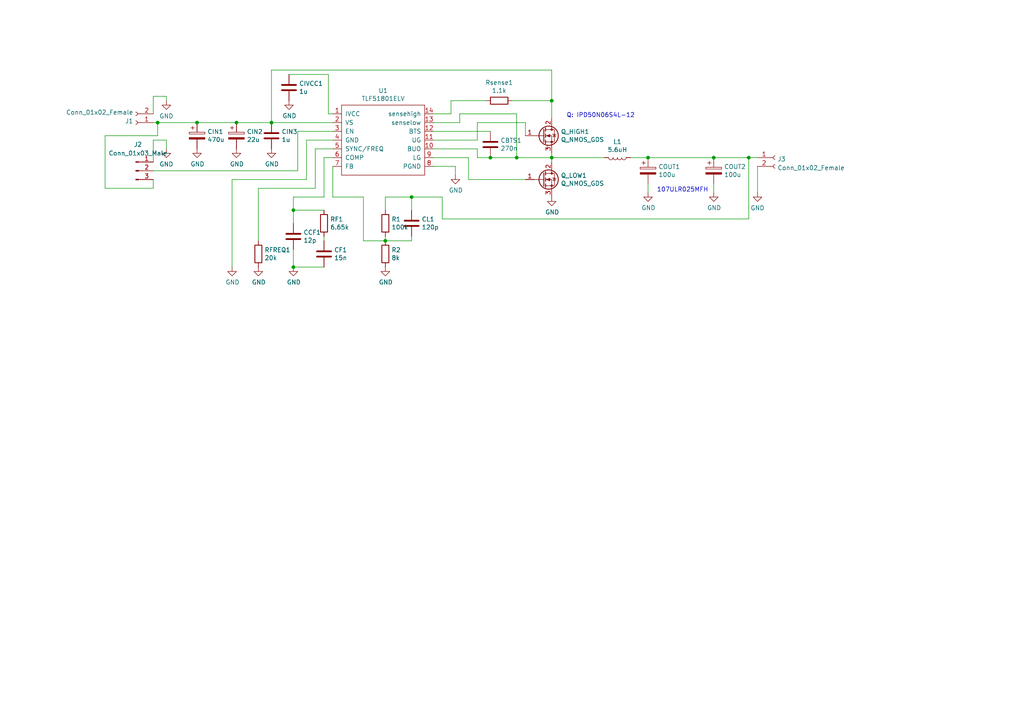
<source format=kicad_sch>
(kicad_sch (version 20211123) (generator eeschema)
  (paper "A4")
  (lib_symbols
    (symbol "Connector:Conn_01x02_Female" (pin_names (offset 1.016) hide)
      (property "Reference" "J" (at 0 2.54 0))
      (property "Value" "Conn_01x02_Female" (at 0 -5.08 0))
      (symbol "Conn_01x02_Female_1_1"
        (arc (start 0 -2.032) (mid -0.508 -2.54) (end 0 -3.048) (stroke (width 0.1524)))
        (polyline (pts (xy -1.27 -2.54) (xy -0.508 -2.54)) (stroke (width 0.1524)))
        (polyline (pts (xy -1.27 0) (xy -0.508 0)) (stroke (width 0.1524)))
        (arc (start 0 0.508) (mid -0.508 0) (end 0 -0.508) (stroke (width 0.1524)))
        (pin passive line (at -5.08 0 0) (length 3.81) (name "Pin_1") (number "1"))
        (pin passive line (at -5.08 -2.54 0) (length 3.81) (name "Pin_2") (number "2"))
      )
    )
    (symbol "Connector:Conn_01x03_Male" (pin_names (offset 1.016) hide)
      (property "Reference" "J" (at 0 5.08 0))
      (property "Value" "Conn_01x03_Male" (at 0 -5.08 0))
      (symbol "Conn_01x03_Male_1_1"
        (polyline (pts (xy 1.27 -2.54) (xy 0.8636 -2.54)) (stroke (width 0.1524)))
        (polyline (pts (xy 1.27 0) (xy 0.8636 0)) (stroke (width 0.1524)))
        (polyline (pts (xy 1.27 2.54) (xy 0.8636 2.54)) (stroke (width 0.1524)))
        (rectangle (start 0.8636 -2.413) (end 0 -2.667) (stroke (width 0.1524)) (fill (type outline)))
        (rectangle (start 0.8636 0.127) (end 0 -0.127) (stroke (width 0.1524)) (fill (type outline)))
        (rectangle (start 0.8636 2.667) (end 0 2.413) (stroke (width 0.1524)) (fill (type outline)))
        (pin passive line (at 5.08 2.54 180) (length 3.81) (name "Pin_1") (number "1"))
        (pin passive line (at 5.08 0 180) (length 3.81) (name "Pin_2") (number "2"))
        (pin passive line (at 5.08 -2.54 180) (length 3.81) (name "Pin_3") (number "3"))
      )
    )
    (symbol "Device:C" (pin_numbers hide) (pin_names (offset 0.254))
      (property "Reference" "C" (at 0.635 2.54 0))
      (property "Value" "C" (at 0.635 -2.54 0))
      (symbol "C_0_1"
        (polyline (pts (xy -2.032 -0.762) (xy 2.032 -0.762)) (stroke (width 0.508)))
        (polyline (pts (xy -2.032 0.762) (xy 2.032 0.762)) (stroke (width 0.508)))
      )
      (symbol "C_1_1"
        (pin passive line (at 0 3.81 270) (length 2.794) (name "~") (number "1"))
        (pin passive line (at 0 -3.81 90) (length 2.794) (name "~") (number "2"))
      )
    )
    (symbol "Device:C_Polarized" (pin_numbers hide) (pin_names (offset 0.254))
      (property "Reference" "C" (at 0.635 2.54 0))
      (property "Value" "C_Polarized" (at 0.635 -2.54 0))
      (symbol "C_Polarized_0_1"
        (rectangle (start -2.286 0.508) (end 2.286 1.016))
        (polyline (pts (xy -1.778 2.286) (xy -0.762 2.286)))
        (polyline (pts (xy -1.27 2.794) (xy -1.27 1.778)))
        (rectangle (start 2.286 -0.508) (end -2.286 -1.016) (fill (type outline)))
      )
      (symbol "C_Polarized_1_1"
        (pin passive line (at 0 3.81 270) (length 2.794) (name "~") (number "1"))
        (pin passive line (at 0 -3.81 90) (length 2.794) (name "~") (number "2"))
      )
    )
    (symbol "Device:L" (pin_numbers hide) (pin_names (offset 1.016) hide)
      (property "Reference" "L" (at -1.27 0 90))
      (property "Value" "L" (at 1.905 0 90))
      (symbol "L_0_1"
        (arc (start 0 -2.54) (mid 0.635 -1.905) (end 0 -1.27))
        (arc (start 0 -1.27) (mid 0.635 -0.635) (end 0 0))
        (arc (start 0 0) (mid 0.635 0.635) (end 0 1.27))
        (arc (start 0 1.27) (mid 0.635 1.905) (end 0 2.54))
      )
      (symbol "L_1_1"
        (pin passive line (at 0 3.81 270) (length 1.27) (name "1") (number "1"))
        (pin passive line (at 0 -3.81 90) (length 1.27) (name "2") (number "2"))
      )
    )
    (symbol "Device:Q_NMOS_GDS" (pin_names (offset 0) hide)
      (property "Reference" "Q" (at 5.08 1.27 0))
      (property "Value" "Q_NMOS_GDS" (at 5.08 -1.27 0))
      (symbol "Q_NMOS_GDS_0_1"
        (polyline (pts (xy 0.254 0) (xy -2.54 0)))
        (polyline (pts (xy 0.254 1.905) (xy 0.254 -1.905)) (stroke (width 0.254)))
        (polyline (pts (xy 0.762 -1.27) (xy 0.762 -2.286)) (stroke (width 0.254)))
        (polyline (pts (xy 0.762 0.508) (xy 0.762 -0.508)) (stroke (width 0.254)))
        (polyline (pts (xy 0.762 2.286) (xy 0.762 1.27)) (stroke (width 0.254)))
        (polyline (pts (xy 2.54 2.54) (xy 2.54 1.778)))
        (polyline (pts (xy 2.54 -2.54) (xy 2.54 0) (xy 0.762 0)))
        (polyline (pts (xy 0.762 -1.778) (xy 3.302 -1.778) (xy 3.302 1.778) (xy 0.762 1.778)))
        (polyline (pts (xy 1.016 0) (xy 2.032 0.381) (xy 2.032 -0.381) (xy 1.016 0)) (fill (type outline)))
        (polyline (pts (xy 2.794 0.508) (xy 2.921 0.381) (xy 3.683 0.381) (xy 3.81 0.254)))
        (polyline (pts (xy 3.302 0.381) (xy 2.921 -0.254) (xy 3.683 -0.254) (xy 3.302 0.381)))
        (circle (center 1.651 0) (radius 2.794) (stroke (width 0.254)))
        (circle (center 2.54 -1.778) (radius 0.254) (fill (type outline)))
        (circle (center 2.54 1.778) (radius 0.254) (fill (type outline)))
      )
      (symbol "Q_NMOS_GDS_1_1"
        (pin input line (at -5.08 0 0) (length 2.54) (name "G") (number "1"))
        (pin passive line (at 2.54 5.08 270) (length 2.54) (name "D") (number "2"))
        (pin passive line (at 2.54 -5.08 90) (length 2.54) (name "S") (number "3"))
      )
    )
    (symbol "Device:R" (pin_numbers hide) (pin_names (offset 0))
      (property "Reference" "R" (at 2.032 0 90))
      (property "Value" "R" (at 0 0 90))
      (symbol "R_0_1"
        (rectangle (start -1.016 -2.54) (end 1.016 2.54) (stroke (width 0.254)))
      )
      (symbol "R_1_1"
        (pin passive line (at 0 3.81 270) (length 1.27) (name "~") (number "1"))
        (pin passive line (at 0 -3.81 90) (length 1.27) (name "~") (number "2"))
      )
    )
    (symbol "TLF51801ELV:TLF51801ELV" (pin_names (offset 1.016))
      (property "Reference" "U" (at 8.89 1.27 0))
      (property "Value" "TLF51801ELV" (at 8.89 1.27 0))
      (symbol "TLF51801ELV_0_1"
        (rectangle (start -3.81 -3.81) (end -3.81 -3.81))
        (rectangle (start -2.54 -1.27) (end 21.59 -21.59))
      )
      (symbol "TLF51801ELV_1_1"
        (pin output line (at -5.08 -3.81 0) (length 2.54) (name "IVCC") (number "1"))
        (pin output line (at 24.13 -13.97 180) (length 2.54) (name "BUO") (number "10"))
        (pin output line (at 24.13 -11.43 180) (length 2.54) (name "UG") (number "11"))
        (pin input line (at 24.13 -8.89 180) (length 2.54) (name "BTS") (number "12"))
        (pin input line (at 24.13 -6.35 180) (length 2.54) (name "senselow") (number "13"))
        (pin input line (at 24.13 -3.81 180) (length 2.54) (name "sensehigh") (number "14"))
        (pin input line (at -5.08 -6.35 0) (length 2.54) (name "VS") (number "2"))
        (pin input line (at -5.08 -8.89 0) (length 2.54) (name "EN") (number "3"))
        (pin input line (at -5.08 -11.43 0) (length 2.54) (name "GND") (number "4"))
        (pin input line (at -5.08 -13.97 0) (length 2.54) (name "SYNC/FREQ") (number "5"))
        (pin input line (at -5.08 -16.51 0) (length 2.54) (name "COMP") (number "6"))
        (pin input line (at -5.08 -19.05 0) (length 2.54) (name "FB") (number "7"))
        (pin input line (at 24.13 -19.05 180) (length 2.54) (name "PGND") (number "8"))
        (pin output line (at 24.13 -16.51 180) (length 2.54) (name "LG") (number "9"))
      )
    )
    (symbol "power:GND" (power) (pin_names (offset 0))
      (property "Value" "GND" (at 0 -3.81 0))
      (symbol "GND_0_1"
        (polyline (pts (xy 0 0) (xy 0 -1.27) (xy 1.27 -1.27) (xy 0 -2.54) (xy -1.27 -1.27) (xy 0 -1.27)))
      )
      (symbol "GND_1_1"
        (pin power_in line (at 0 0 270) (length 0) hide (name "GND") (number "1"))
      )
    )
  )
  (junction (at 187.96 45.72))
  (junction (at 85.09 77.47))
  (junction (at 68.58 35.56))
  (junction (at 85.09 60.96))
  (junction (at 45.72 35.56))
  (junction (at 149.86 45.72))
  (junction (at 160.02 29.21))
  (junction (at 207.01 45.72))
  (junction (at 78.74 35.56))
  (junction (at 57.15 35.56))
  (junction (at 119.38 57.15))
  (junction (at 217.17 45.72))
  (junction (at 160.02 45.72))
  (junction (at 111.76 69.85))
  (junction (at 142.24 45.72))
  (wire (pts (xy 93.98 45.72) (xy 93.98 57.15)))
  (wire (pts (xy 30.48 54.61) (xy 44.45 54.61)))
  (wire (pts (xy 67.31 52.07) (xy 67.31 77.47)))
  (wire (pts (xy 125.73 38.1) (xy 142.24 38.1)))
  (wire (pts (xy 138.43 43.18) (xy 138.43 45.72)))
  (wire (pts (xy 182.88 45.72) (xy 187.96 45.72)))
  (wire (pts (xy 149.86 45.72) (xy 160.02 45.72)))
  (wire (pts (xy 83.82 21.59) (xy 95.25 21.59)))
  (wire (pts (xy 30.48 39.37) (xy 30.48 54.61)))
  (wire (pts (xy 160.02 29.21) (xy 160.02 20.32)))
  (wire (pts (xy 119.38 69.85) (xy 119.38 68.58)))
  (wire (pts (xy 95.25 21.59) (xy 95.25 33.02)))
  (wire (pts (xy 133.35 35.56) (xy 133.35 33.02)))
  (wire (pts (xy 125.73 33.02) (xy 130.81 33.02)))
  (wire (pts (xy 148.59 29.21) (xy 160.02 29.21)))
  (wire (pts (xy 78.74 20.32) (xy 78.74 35.56)))
  (wire (pts (xy 138.43 45.72) (xy 142.24 45.72)))
  (wire (pts (xy 128.27 63.5) (xy 217.17 63.5)))
  (wire (pts (xy 219.71 45.72) (xy 217.17 45.72)))
  (wire (pts (xy 135.89 45.72) (xy 135.89 52.07)))
  (wire (pts (xy 217.17 45.72) (xy 207.01 45.72)))
  (wire (pts (xy 105.41 69.85) (xy 111.76 69.85)))
  (wire (pts (xy 133.35 33.02) (xy 149.86 33.02)))
  (wire (pts (xy 152.4 52.07) (xy 135.89 52.07)))
  (wire (pts (xy 44.45 27.94) (xy 48.26 27.94)))
  (wire (pts (xy 85.09 72.39) (xy 85.09 77.47)))
  (wire (pts (xy 132.08 48.26) (xy 132.08 50.8)))
  (wire (pts (xy 44.45 33.02) (xy 44.45 27.94)))
  (wire (pts (xy 88.9 52.07) (xy 67.31 52.07)))
  (wire (pts (xy 160.02 45.72) (xy 175.26 45.72)))
  (wire (pts (xy 105.41 57.15) (xy 105.41 69.85)))
  (wire (pts (xy 91.44 43.18) (xy 91.44 54.61)))
  (wire (pts (xy 160.02 20.32) (xy 78.74 20.32)))
  (wire (pts (xy 111.76 60.96) (xy 111.76 57.15)))
  (wire (pts (xy 44.45 49.53) (xy 86.36 49.53)))
  (wire (pts (xy 86.36 49.53) (xy 86.36 38.1)))
  (wire (pts (xy 91.44 54.61) (xy 74.93 54.61)))
  (wire (pts (xy 125.73 35.56) (xy 133.35 35.56)))
  (wire (pts (xy 207.01 55.88) (xy 207.01 53.34)))
  (wire (pts (xy 128.27 57.15) (xy 119.38 57.15)))
  (wire (pts (xy 142.24 45.72) (xy 149.86 45.72)))
  (wire (pts (xy 57.15 35.56) (xy 68.58 35.56)))
  (wire (pts (xy 130.81 29.21) (xy 140.97 29.21)))
  (wire (pts (xy 187.96 45.72) (xy 207.01 45.72)))
  (wire (pts (xy 158.75 41.91) (xy 158.75 43.18)))
  (wire (pts (xy 88.9 40.64) (xy 96.52 40.64)))
  (wire (pts (xy 96.52 48.26) (xy 96.52 57.15)))
  (wire (pts (xy 85.09 57.15) (xy 85.09 60.96)))
  (wire (pts (xy 48.26 43.18) (xy 48.26 40.64)))
  (wire (pts (xy 152.4 35.56) (xy 152.4 39.37)))
  (wire (pts (xy 68.58 35.56) (xy 78.74 35.56)))
  (wire (pts (xy 44.45 40.64) (xy 44.45 46.99)))
  (wire (pts (xy 111.76 69.85) (xy 111.76 68.58)))
  (wire (pts (xy 44.45 35.56) (xy 45.72 35.56)))
  (wire (pts (xy 125.73 45.72) (xy 135.89 45.72)))
  (wire (pts (xy 149.86 33.02) (xy 149.86 45.72)))
  (wire (pts (xy 125.73 40.64) (xy 138.43 40.64)))
  (wire (pts (xy 45.72 39.37) (xy 30.48 39.37)))
  (wire (pts (xy 128.27 63.5) (xy 128.27 57.15)))
  (wire (pts (xy 85.09 60.96) (xy 93.98 60.96)))
  (wire (pts (xy 96.52 57.15) (xy 105.41 57.15)))
  (wire (pts (xy 78.74 35.56) (xy 96.52 35.56)))
  (wire (pts (xy 45.72 35.56) (xy 45.72 39.37)))
  (wire (pts (xy 217.17 45.72) (xy 217.17 63.5)))
  (wire (pts (xy 125.73 48.26) (xy 132.08 48.26)))
  (wire (pts (xy 91.44 43.18) (xy 96.52 43.18)))
  (wire (pts (xy 74.93 54.61) (xy 74.93 69.85)))
  (wire (pts (xy 85.09 60.96) (xy 85.09 64.77)))
  (wire (pts (xy 95.25 33.02) (xy 96.52 33.02)))
  (wire (pts (xy 86.36 38.1) (xy 96.52 38.1)))
  (wire (pts (xy 111.76 57.15) (xy 119.38 57.15)))
  (wire (pts (xy 130.81 33.02) (xy 130.81 29.21)))
  (wire (pts (xy 45.72 35.56) (xy 57.15 35.56)))
  (wire (pts (xy 160.02 45.72) (xy 160.02 44.45)))
  (wire (pts (xy 44.45 54.61) (xy 44.45 52.07)))
  (wire (pts (xy 48.26 40.64) (xy 44.45 40.64)))
  (wire (pts (xy 160.02 34.29) (xy 160.02 29.21)))
  (wire (pts (xy 93.98 57.15) (xy 85.09 57.15)))
  (wire (pts (xy 119.38 57.15) (xy 119.38 60.96)))
  (wire (pts (xy 187.96 55.88) (xy 187.96 53.34)))
  (wire (pts (xy 138.43 40.64) (xy 138.43 35.56)))
  (wire (pts (xy 125.73 43.18) (xy 138.43 43.18)))
  (wire (pts (xy 160.02 46.99) (xy 160.02 45.72)))
  (wire (pts (xy 111.76 69.85) (xy 119.38 69.85)))
  (wire (pts (xy 48.26 27.94) (xy 48.26 29.21)))
  (wire (pts (xy 85.09 77.47) (xy 93.98 77.47)))
  (wire (pts (xy 96.52 45.72) (xy 93.98 45.72)))
  (wire (pts (xy 88.9 40.64) (xy 88.9 52.07)))
  (wire (pts (xy 219.71 48.26) (xy 219.71 55.88)))
  (wire (pts (xy 138.43 35.56) (xy 152.4 35.56)))
  (wire (pts (xy 93.98 69.85) (xy 93.98 68.58)))
  (text "107ULR025MFH\n" (at 190.5 55.88 0) (effects (font (size 1.27 1.27)) (justify left bottom)))
  (text "Q: IPD50N06S4L-12" (at 184.15 34.29 180) (effects (font (size 1.27 1.27)) (justify right bottom)))
  (symbol (lib_id "TLF51801ELV:TLF51801ELV") (at 101.6 29.21 0) (unit 1)
    (property "Reference" "U1" (at 111.125 26.289 0))
    (property "Value" "TLF51801ELV" (at 111.125 28.6004 0))
    (property "Footprint" "pcb_15V:SOP65P600X170-15N-V2" (effects hide))
  )
  (symbol (lib_id "Device:C") (at 78.74 39.37 0) (unit 1)
    (property "Reference" "CIN3" (at 81.661 38.2016 0) (effects (justify left)))
    (property "Value" "1u" (at 81.661 40.513 0) (effects (justify left)))
    (property "Footprint" "Capacitor_SMD:C_1206_3216Metric_Pad1.33x1.80mm_HandSolder" (effects hide))
  )
  (symbol (lib_id "power:GND") (at 78.74 43.18 0) (unit 1)
    (property "Reference" "#PWR05" (effects hide))
    (property "Value" "GND" (at 78.867 47.5742 0))
  )
  (symbol (lib_id "power:GND") (at 68.58 43.18 0) (unit 1)
    (property "Reference" "#PWR03" (effects hide))
    (property "Value" "GND" (at 68.707 47.5742 0))
  )
  (symbol (lib_id "power:GND") (at 57.15 43.18 0) (unit 1)
    (property "Reference" "#PWR01" (effects hide))
    (property "Value" "GND" (at 57.277 47.5742 0))
  )
  (symbol (lib_id "Device:C") (at 83.82 25.4 0) (unit 1)
    (property "Reference" "CIVCC1" (at 86.741 24.2316 0) (effects (justify left)))
    (property "Value" "1u" (at 86.741 26.543 0) (effects (justify left)))
    (property "Footprint" "Capacitor_SMD:C_1206_3216Metric_Pad1.33x1.80mm_HandSolder" (effects hide))
  )
  (symbol (lib_id "power:GND") (at 83.82 29.21 0) (unit 1)
    (property "Reference" "#PWR06" (effects hide))
    (property "Value" "GND" (at 83.947 33.6042 0))
  )
  (symbol (lib_id "power:GND") (at 67.31 77.47 0) (unit 1)
    (property "Reference" "#PWR02" (effects hide))
    (property "Value" "GND" (at 67.437 81.8642 0))
  )
  (symbol (lib_id "power:GND") (at 74.93 77.47 0) (unit 1)
    (property "Reference" "#PWR04" (effects hide))
    (property "Value" "GND" (at 75.057 81.8642 0))
  )
  (symbol (lib_id "power:GND") (at 85.09 77.47 0) (unit 1)
    (property "Reference" "#PWR07" (effects hide))
    (property "Value" "GND" (at 85.217 81.8642 0))
  )
  (symbol (lib_id "Device:R") (at 74.93 73.66 0) (unit 1)
    (property "Reference" "RFREQ1" (at 76.708 72.4916 0) (effects (justify left)))
    (property "Value" "20k" (at 76.708 74.803 0) (effects (justify left)))
    (property "Footprint" "Resistor_SMD:R_0603_1608Metric_Pad0.98x0.95mm_HandSolder" (effects hide))
  )
  (symbol (lib_id "Device:R") (at 93.98 64.77 0) (unit 1)
    (property "Reference" "RF1" (at 95.758 63.6016 0) (effects (justify left)))
    (property "Value" "6.65k" (at 95.758 65.913 0) (effects (justify left)))
    (property "Footprint" "Resistor_SMD:R_0603_1608Metric_Pad0.98x0.95mm_HandSolder" (effects hide))
  )
  (symbol (lib_id "Device:C") (at 93.98 73.66 0) (unit 1)
    (property "Reference" "CF1" (at 96.901 72.4916 0) (effects (justify left)))
    (property "Value" "15n" (at 96.901 74.803 0) (effects (justify left)))
    (property "Footprint" "Capacitor_SMD:C_0603_1608Metric_Pad1.08x0.95mm_HandSolder" (effects hide))
  )
  (symbol (lib_id "Device:C") (at 85.09 68.58 0) (unit 1)
    (property "Reference" "CCF1" (at 88.011 67.4116 0) (effects (justify left)))
    (property "Value" "12p" (at 88.011 69.723 0) (effects (justify left)))
    (property "Footprint" "Capacitor_SMD:C_0603_1608Metric_Pad1.08x0.95mm_HandSolder" (effects hide))
  )
  (symbol (lib_id "Device:R") (at 111.76 64.77 0) (unit 1)
    (property "Reference" "R1" (at 113.538 63.6016 0) (effects (justify left)))
    (property "Value" "100k" (at 113.538 65.913 0) (effects (justify left)))
    (property "Footprint" "Resistor_SMD:R_0603_1608Metric_Pad0.98x0.95mm_HandSolder" (effects hide))
  )
  (symbol (lib_id "Device:R") (at 111.76 73.66 0) (unit 1)
    (property "Reference" "R2" (at 113.538 72.4916 0) (effects (justify left)))
    (property "Value" "8k" (at 113.538 74.803 0) (effects (justify left)))
    (property "Footprint" "Resistor_SMD:R_0603_1608Metric_Pad0.98x0.95mm_HandSolder" (effects hide))
  )
  (symbol (lib_id "power:GND") (at 111.76 77.47 0) (unit 1)
    (property "Reference" "#PWR08" (effects hide))
    (property "Value" "GND" (at 111.887 81.8642 0))
  )
  (symbol (lib_id "Device:C") (at 119.38 64.77 0) (unit 1)
    (property "Reference" "CL1" (at 122.301 63.6016 0) (effects (justify left)))
    (property "Value" "120p" (at 122.301 65.913 0) (effects (justify left)))
    (property "Footprint" "Capacitor_SMD:C_0603_1608Metric_Pad1.08x0.95mm_HandSolder" (effects hide))
  )
  (symbol (lib_id "Device:R") (at 144.78 29.21 90) (unit 1)
    (property "Reference" "Rsense1" (at 144.78 23.9522 90))
    (property "Value" "1.1k" (at 144.78 26.2636 90))
    (property "Footprint" "Resistor_SMD:R_0603_1608Metric_Pad0.98x0.95mm_HandSolder" (effects hide))
  )
  (symbol (lib_id "Device:Q_NMOS_GDS") (at 157.48 39.37 0) (unit 1)
    (property "Reference" "Q_HIGH1" (at 162.6616 38.2016 0) (effects (justify left)))
    (property "Value" "Q_NMOS_GDS" (at 162.6616 40.513 0) (effects (justify left)))
    (property "Footprint" "Package_TO_SOT_SMD:TO-252-3_TabPin2" (effects hide))
  )
  (symbol (lib_id "Device:Q_NMOS_GDS") (at 157.48 52.07 0) (unit 1)
    (property "Reference" "Q_LOW1" (at 162.6616 50.9016 0) (effects (justify left)))
    (property "Value" "Q_NMOS_GDS" (at 162.6616 53.213 0) (effects (justify left)))
    (property "Footprint" "Package_TO_SOT_SMD:TO-252-3_TabPin2" (effects hide))
  )
  (symbol (lib_id "Device:C") (at 142.24 41.91 0) (unit 1)
    (property "Reference" "CBTS1" (at 145.161 40.7416 0) (effects (justify left)))
    (property "Value" "270n" (at 145.161 43.053 0) (effects (justify left)))
    (property "Footprint" "Capacitor_SMD:C_1206_3216Metric_Pad1.33x1.80mm_HandSolder" (effects hide))
  )
  (symbol (lib_id "power:GND") (at 132.08 50.8 0) (unit 1)
    (property "Reference" "#PWR09" (effects hide))
    (property "Value" "GND" (at 132.207 55.1942 0))
  )
  (symbol (lib_id "power:GND") (at 160.02 57.15 0) (unit 1)
    (property "Reference" "#PWR010" (effects hide))
    (property "Value" "GND" (at 160.147 61.5442 0))
  )
  (symbol (lib_id "Device:L") (at 179.07 45.72 270) (unit 1)
    (property "Reference" "L1" (at 179.07 41.1226 90))
    (property "Value" "5.6uH" (at 179.07 43.434 90))
    (property "Footprint" "Inductor_SMD:L_12x12mm_H8mm" (effects hide))
  )
  (symbol (lib_id "Device:C_Polarized") (at 187.96 49.53 0) (unit 1)
    (property "Reference" "COUT1" (at 190.9572 48.3616 0) (effects (justify left)))
    (property "Value" "100u" (at 190.9572 50.673 0) (effects (justify left)))
    (property "Footprint" "Capacitor_SMD:CP_Elec_8x11.9" (effects hide))
  )
  (symbol (lib_id "Device:C_Polarized") (at 207.01 49.53 0) (unit 1)
    (property "Reference" "COUT2" (at 210.0072 48.3616 0) (effects (justify left)))
    (property "Value" "100u" (at 210.0072 50.673 0) (effects (justify left)))
    (property "Footprint" "Capacitor_SMD:CP_Elec_8x11.9" (effects hide))
  )
  (symbol (lib_id "power:GND") (at 187.96 55.88 0) (unit 1)
    (property "Reference" "#PWR011" (effects hide))
    (property "Value" "GND" (at 188.087 60.2742 0))
  )
  (symbol (lib_id "power:GND") (at 207.01 55.88 0) (unit 1)
    (property "Reference" "#PWR012" (effects hide))
    (property "Value" "GND" (at 207.137 60.2742 0))
  )
  (symbol (lib_id "Device:C_Polarized") (at 57.15 39.37 0) (unit 1)
    (property "Reference" "CIN1" (at 60.1472 38.2016 0) (effects (justify left)))
    (property "Value" "470u" (at 60.1472 40.513 0) (effects (justify left)))
    (property "Footprint" "Capacitor_SMD:CP_Elec_16x17.5" (effects hide))
  )
  (symbol (lib_id "Device:C_Polarized") (at 68.58 39.37 0) (unit 1)
    (property "Reference" "CIN2" (at 71.5772 38.2016 0) (effects (justify left)))
    (property "Value" "22u" (at 71.5772 40.513 0) (effects (justify left)))
    (property "Footprint" "Capacitor_SMD:C_2220_5650Metric_Pad1.97x5.40mm_HandSolder" (effects hide))
  )
  (symbol (lib_id "power:GND") (at 48.26 43.18 0) (unit 1)
    (property "Reference" "#PWR0103" (effects hide))
    (property "Value" "GND" (at 48.26 47.6234 0))
  )
  (symbol (lib_id "Connector:Conn_01x02_Female") (at 224.79 45.72 0) (unit 1)
    (property "Reference" "J3" (at 225.5012 46.1553 0) (effects (justify left)))
    (property "Value" "Conn_01x02_Female" (at 225.5012 48.6922 0) (effects (justify left)))
    (property "Footprint" "Connector_AMASS:AMASS_XT60-F_1x02_P7.20mm_Vertical" (effects hide))
  )
  (symbol (lib_id "Connector:Conn_01x03_Male") (at 39.37 49.53 0) (unit 1)
    (property "Reference" "J2" (at 40.005 41.91 0))
    (property "Value" "Conn_01x03_Male" (at 40.005 44.45 0))
    (property "Footprint" "robotto:TerminalBlock_bornier-3_P5.08mm" (effects hide))
  )
  (symbol (lib_id "power:GND") (at 48.26 29.21 0) (unit 1)
    (property "Reference" "#PWR0101" (effects hide))
    (property "Value" "GND" (at 48.26 33.6534 0))
  )
  (symbol (lib_id "power:GND") (at 219.71 55.88 0) (unit 1)
    (property "Reference" "#PWR0102" (effects hide))
    (property "Value" "GND" (at 219.71 60.3234 0))
  )
  (symbol (lib_id "Connector:Conn_01x02_Female") (at 39.37 35.56 180) (unit 1)
    (property "Reference" "J1" (at 38.6588 35.1247 0) (effects (justify left)))
    (property "Value" "Conn_01x02_Female" (at 38.6588 32.5878 0) (effects (justify left)))
    (property "Footprint" "Connector_AMASS:AMASS_XT60-F_1x02_P7.20mm_Vertical" (effects hide))
  )
)
</source>
